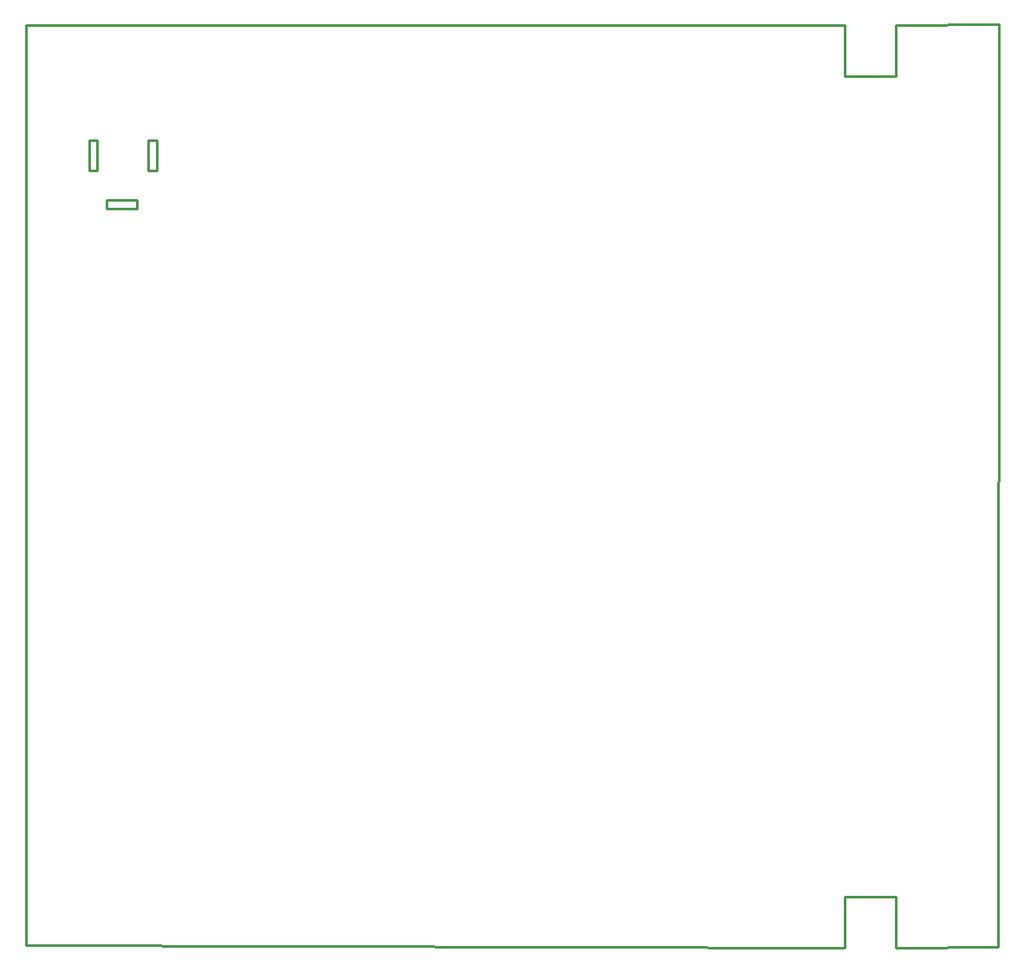
<source format=gbr>
G04 EAGLE Gerber RS-274X export*
G75*
%MOMM*%
%FSLAX34Y34*%
%LPD*%
%IN*%
%IPPOS*%
%AMOC8*
5,1,8,0,0,1.08239X$1,22.5*%
G01*
G04 Define Apertures*
%ADD10C,0.254000*%
D10*
X0Y0D02*
X800000Y-2000D01*
X800000Y48000D01*
X850000Y48000D01*
X850000Y-2000D01*
X950000Y-1000D01*
X951000Y901000D01*
X850000Y900000D01*
X850000Y850000D01*
X800000Y850000D01*
X800000Y900000D01*
X0Y900000D01*
X0Y0D01*
X79000Y721000D02*
X109000Y721000D01*
X109000Y729000D01*
X79000Y729000D01*
X79000Y721000D01*
X120000Y758000D02*
X128000Y758000D01*
X128000Y788000D01*
X120000Y788000D01*
X120000Y758000D01*
X62000Y758000D02*
X70000Y758000D01*
X70000Y788000D01*
X62000Y788000D01*
X62000Y758000D01*
M02*

</source>
